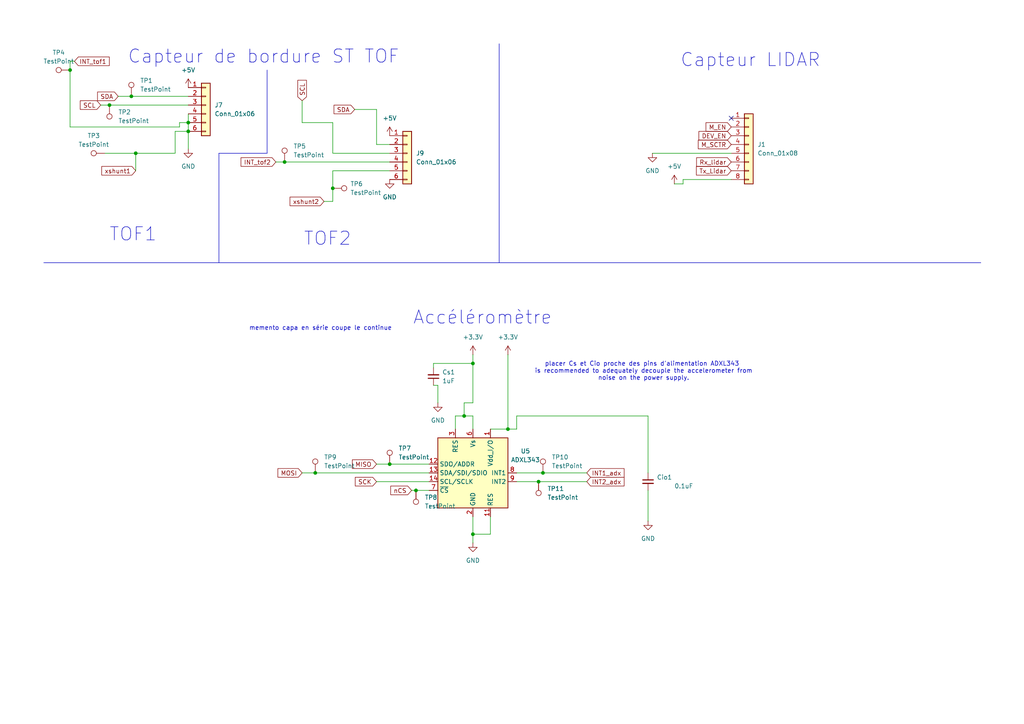
<source format=kicad_sch>
(kicad_sch (version 20231120) (generator "eeschema") (generator_version "8.0")
  (paper "A4")
  (lib_symbols
    (symbol "Connector:TestPoint" (pin_numbers hide) (pin_names (offset 0.762) hide)
      (property "Reference" "TP" (at 0 6.858 0))
      (property "Value" "TestPoint" (at 0 5.08 0))
      (symbol "TestPoint_0_1"
        (circle (center 0 3.302) (radius 0.762))
      )
      (symbol "TestPoint_1_1"
        (pin passive line (at 0 0 90) (length 2.54) (name "1") (number "1"))
      )
    )
    (symbol "Connector_Generic:Conn_01x06" (pin_names (offset 1.016) hide)
      (property "Reference" "J" (at 0 7.62 0))
      (property "Value" "Conn_01x06" (at 0 -10.16 0))
      (symbol "Conn_01x06_1_1"
        (rectangle (start -1.27 -7.493) (end 0 -7.747) (stroke (width 0.1524)))
        (rectangle (start -1.27 -4.953) (end 0 -5.207) (stroke (width 0.1524)))
        (rectangle (start -1.27 -2.413) (end 0 -2.667) (stroke (width 0.1524)))
        (rectangle (start -1.27 0.127) (end 0 -0.127) (stroke (width 0.1524)))
        (rectangle (start -1.27 2.667) (end 0 2.413) (stroke (width 0.1524)))
        (rectangle (start -1.27 5.207) (end 0 4.953) (stroke (width 0.1524)))
        (rectangle (start -1.27 6.35) (end 1.27 -8.89) (stroke (width 0.254)) (fill (type background)))
        (pin passive line (at -5.08 5.08 0) (length 3.81) (name "Pin_1") (number "1"))
        (pin passive line (at -5.08 2.54 0) (length 3.81) (name "Pin_2") (number "2"))
        (pin passive line (at -5.08 0 0) (length 3.81) (name "Pin_3") (number "3"))
        (pin passive line (at -5.08 -2.54 0) (length 3.81) (name "Pin_4") (number "4"))
        (pin passive line (at -5.08 -5.08 0) (length 3.81) (name "Pin_5") (number "5"))
        (pin passive line (at -5.08 -7.62 0) (length 3.81) (name "Pin_6") (number "6"))
      )
    )
    (symbol "Connector_Generic:Conn_01x08" (pin_names (offset 1.016) hide)
      (property "Reference" "J" (at 0 10.16 0))
      (property "Value" "Conn_01x08" (at 0 -12.7 0))
      (symbol "Conn_01x08_1_1"
        (rectangle (start -1.27 -10.033) (end 0 -10.287) (stroke (width 0.1524)))
        (rectangle (start -1.27 -7.493) (end 0 -7.747) (stroke (width 0.1524)))
        (rectangle (start -1.27 -4.953) (end 0 -5.207) (stroke (width 0.1524)))
        (rectangle (start -1.27 -2.413) (end 0 -2.667) (stroke (width 0.1524)))
        (rectangle (start -1.27 0.127) (end 0 -0.127) (stroke (width 0.1524)))
        (rectangle (start -1.27 2.667) (end 0 2.413) (stroke (width 0.1524)))
        (rectangle (start -1.27 5.207) (end 0 4.953) (stroke (width 0.1524)))
        (rectangle (start -1.27 7.747) (end 0 7.493) (stroke (width 0.1524)))
        (rectangle (start -1.27 8.89) (end 1.27 -11.43) (stroke (width 0.254)) (fill (type background)))
        (pin passive line (at -5.08 7.62 0) (length 3.81) (name "Pin_1") (number "1"))
        (pin passive line (at -5.08 5.08 0) (length 3.81) (name "Pin_2") (number "2"))
        (pin passive line (at -5.08 2.54 0) (length 3.81) (name "Pin_3") (number "3"))
        (pin passive line (at -5.08 0 0) (length 3.81) (name "Pin_4") (number "4"))
        (pin passive line (at -5.08 -2.54 0) (length 3.81) (name "Pin_5") (number "5"))
        (pin passive line (at -5.08 -5.08 0) (length 3.81) (name "Pin_6") (number "6"))
        (pin passive line (at -5.08 -7.62 0) (length 3.81) (name "Pin_7") (number "7"))
        (pin passive line (at -5.08 -10.16 0) (length 3.81) (name "Pin_8") (number "8"))
      )
    )
    (symbol "Device:C_Small" (pin_numbers hide) (pin_names (offset 0.254) hide)
      (property "Reference" "C" (at 0.254 1.778 0))
      (property "Value" "C_Small" (at 0.254 -2.032 0))
      (symbol "C_Small_0_1"
        (polyline (pts (xy -1.524 -0.508) (xy 1.524 -0.508)) (stroke (width 0.3302)))
        (polyline (pts (xy -1.524 0.508) (xy 1.524 0.508)) (stroke (width 0.3048)))
      )
      (symbol "C_Small_1_1"
        (pin passive line (at 0 2.54 270) (length 2.032) (name "~") (number "1"))
        (pin passive line (at 0 -2.54 90) (length 2.032) (name "~") (number "2"))
      )
    )
    (symbol "Sensor_Motion:ADXL343"
      (property "Reference" "U" (at -8.89 11.43 0))
      (property "Value" "ADXL343" (at -7.62 -11.43 0))
      (symbol "ADXL343_0_1"
        (rectangle (start -10.16 10.16) (end 10.16 -10.16) (stroke (width 0.254)) (fill (type background)))
      )
      (symbol "ADXL343_1_1"
        (pin power_in line (at 5.08 12.7 270) (length 2.54) (name "Vdd_I/O") (number "1"))
        (pin no_connect line (at -5.08 -10.16 90) (length 2.54) hide (name "NC") (number "10"))
        (pin passive line (at 5.08 -12.7 90) (length 2.54) (name "RES") (number "11"))
        (pin bidirectional line (at -12.7 2.54 0) (length 2.54) (name "SDO/ADDR") (number "12"))
        (pin bidirectional line (at -12.7 0 0) (length 2.54) (name "SDA/SDI/SDIO") (number "13"))
        (pin input line (at -12.7 -2.54 0) (length 2.54) (name "SCL/SCLK") (number "14"))
        (pin power_in line (at 0 -12.7 90) (length 2.54) (name "GND") (number "2"))
        (pin passive line (at -5.08 12.7 270) (length 2.54) (name "RES") (number "3"))
        (pin passive line (at 0 -12.7 90) (length 2.54) hide (name "GND") (number "4"))
        (pin passive line (at 0 -12.7 90) (length 2.54) hide (name "GND") (number "5"))
        (pin power_in line (at 0 12.7 270) (length 2.54) (name "Vs") (number "6"))
        (pin input line (at -12.7 -5.08 0) (length 2.54) (name "~{CS}") (number "7"))
        (pin output line (at 12.7 0 180) (length 2.54) (name "INT1") (number "8"))
        (pin output line (at 12.7 -2.54 180) (length 2.54) (name "INT2") (number "9"))
      )
    )
    (symbol "power:+3.3V" (power) (pin_numbers hide) (pin_names (offset 0) hide)
      (property "Value" "+3.3V" (at 0 3.556 0))
      (symbol "+3.3V_0_1"
        (polyline (pts (xy -0.762 1.27) (xy 0 2.54)))
        (polyline (pts (xy 0 0) (xy 0 2.54)))
        (polyline (pts (xy 0 2.54) (xy 0.762 1.27)))
      )
      (symbol "+3.3V_1_1"
        (pin power_in line (at 0 0 90) (length 0) (name "~") (number "1"))
      )
    )
    (symbol "power:+5V" (power) (pin_numbers hide) (pin_names (offset 0) hide)
      (property "Value" "+5V" (at 0 3.556 0))
      (symbol "+5V_0_1"
        (polyline (pts (xy -0.762 1.27) (xy 0 2.54)))
        (polyline (pts (xy 0 0) (xy 0 2.54)))
        (polyline (pts (xy 0 2.54) (xy 0.762 1.27)))
      )
      (symbol "+5V_1_1"
        (pin power_in line (at 0 0 90) (length 0) (name "~") (number "1"))
      )
    )
    (symbol "power:GND" (power) (pin_numbers hide) (pin_names (offset 0) hide)
      (property "Value" "GND" (at 0 -3.81 0))
      (symbol "GND_0_1"
        (polyline (pts (xy 0 0) (xy 0 -1.27) (xy 1.27 -1.27) (xy 0 -2.54) (xy -1.27 -1.27) (xy 0 -1.27)))
      )
      (symbol "GND_1_1"
        (pin power_in line (at 0 0 270) (length 0) (name "~") (number "1"))
      )
    )
  )
  (junction (at 147.32 124.46))
  (junction (at 156.21 139.7))
  (junction (at 113.03 134.62))
  (junction (at 96.52 54.61))
  (junction (at 54.61 38.1))
  (junction (at 137.16 105.41))
  (junction (at 134.62 120.65))
  (junction (at 137.16 154.94))
  (junction (at 82.55 46.99))
  (junction (at 120.65 142.24))
  (junction (at 20.32 20.32))
  (junction (at 157.48 137.16))
  (junction (at 31.75 30.48))
  (junction (at 54.61 35.56))
  (junction (at 39.37 44.45))
  (junction (at 38.1 27.94))
  (junction (at 91.44 137.16))
  (no_connect (at 212.09 34.29))
  (wire (pts (xy 113.03 134.62) (xy 124.46 134.62)))
  (wire (pts (xy 96.52 49.53) (xy 113.03 49.53)))
  (wire (pts (xy 39.37 44.45) (xy 39.37 49.53)))
  (wire (pts (xy 134.62 120.65) (xy 137.16 120.65)))
  (wire (pts (xy 147.32 124.46) (xy 142.24 124.46)))
  (wire (pts (xy 93.98 58.42) (xy 96.52 58.42)))
  (wire (pts (xy 137.16 124.46) (xy 137.16 120.65)))
  (wire (pts (xy 20.32 17.78) (xy 20.32 20.32)))
  (wire (pts (xy 137.16 149.86) (xy 137.16 154.94)))
  (wire (pts (xy 119.38 142.24) (xy 120.65 142.24)))
  (wire (pts (xy 127 111.76) (xy 127 116.84)))
  (wire (pts (xy 87.63 35.56) (xy 96.52 35.56)))
  (wire (pts (xy 142.24 149.86) (xy 142.24 154.94)))
  (wire (pts (xy 34.29 27.94) (xy 38.1 27.94)))
  (wire (pts (xy 54.61 35.56) (xy 54.61 33.02)))
  (wire (pts (xy 20.32 20.32) (xy 20.32 36.83)))
  (polyline (pts (xy 144.78 76.2) (xy 284.48 76.2)))
  (wire (pts (xy 149.86 120.65) (xy 149.86 124.46)))
  (wire (pts (xy 187.96 151.13) (xy 187.96 142.24)))
  (wire (pts (xy 52.07 35.56) (xy 54.61 35.56)))
  (wire (pts (xy 102.87 31.75) (xy 109.22 31.75)))
  (wire (pts (xy 125.73 105.41) (xy 125.73 106.68)))
  (wire (pts (xy 198.12 52.07) (xy 212.09 52.07)))
  (wire (pts (xy 29.21 30.48) (xy 31.75 30.48)))
  (polyline (pts (xy 77.47 20.32) (xy 77.47 44.45)))
  (wire (pts (xy 82.55 46.99) (xy 113.03 46.99)))
  (wire (pts (xy 96.52 35.56) (xy 96.52 44.45)))
  (wire (pts (xy 156.21 139.7) (xy 149.86 139.7)))
  (wire (pts (xy 157.48 137.16) (xy 170.18 137.16)))
  (wire (pts (xy 50.8 38.1) (xy 50.8 44.45)))
  (wire (pts (xy 132.08 124.46) (xy 132.08 120.65)))
  (wire (pts (xy 52.07 36.83) (xy 52.07 35.56)))
  (wire (pts (xy 50.8 38.1) (xy 54.61 38.1)))
  (polyline (pts (xy 12.7 76.2) (xy 144.78 76.2)))
  (wire (pts (xy 132.08 120.65) (xy 134.62 120.65)))
  (wire (pts (xy 30.48 44.45) (xy 39.37 44.45)))
  (wire (pts (xy 157.48 137.16) (xy 149.86 137.16)))
  (wire (pts (xy 39.37 44.45) (xy 50.8 44.45)))
  (wire (pts (xy 147.32 102.87) (xy 147.32 124.46)))
  (wire (pts (xy 96.52 58.42) (xy 96.52 54.61)))
  (wire (pts (xy 149.86 120.65) (xy 187.96 120.65)))
  (polyline (pts (xy 63.5 44.45) (xy 63.5 76.2)))
  (wire (pts (xy 96.52 44.45) (xy 113.03 44.45)))
  (wire (pts (xy 187.96 120.65) (xy 187.96 137.16)))
  (wire (pts (xy 54.61 38.1) (xy 54.61 35.56)))
  (wire (pts (xy 80.01 46.99) (xy 82.55 46.99)))
  (wire (pts (xy 137.16 154.94) (xy 137.16 157.48)))
  (polyline (pts (xy 77.47 44.45) (xy 63.5 44.45)))
  (wire (pts (xy 109.22 134.62) (xy 113.03 134.62)))
  (wire (pts (xy 198.12 53.34) (xy 198.12 52.07)))
  (wire (pts (xy 96.52 54.61) (xy 96.52 49.53)))
  (wire (pts (xy 170.18 139.7) (xy 156.21 139.7)))
  (wire (pts (xy 21.59 17.78) (xy 20.32 17.78)))
  (wire (pts (xy 109.22 41.91) (xy 113.03 41.91)))
  (wire (pts (xy 109.22 31.75) (xy 109.22 41.91)))
  (wire (pts (xy 137.16 116.84) (xy 137.16 105.41)))
  (wire (pts (xy 109.22 139.7) (xy 124.46 139.7)))
  (wire (pts (xy 120.65 142.24) (xy 124.46 142.24)))
  (wire (pts (xy 87.63 29.21) (xy 87.63 35.56)))
  (wire (pts (xy 91.44 137.16) (xy 124.46 137.16)))
  (wire (pts (xy 137.16 105.41) (xy 125.73 105.41)))
  (wire (pts (xy 20.32 36.83) (xy 52.07 36.83)))
  (wire (pts (xy 134.62 120.65) (xy 134.62 116.84)))
  (wire (pts (xy 149.86 124.46) (xy 147.32 124.46)))
  (wire (pts (xy 127 111.76) (xy 125.73 111.76)))
  (wire (pts (xy 134.62 116.84) (xy 137.16 116.84)))
  (wire (pts (xy 31.75 30.48) (xy 54.61 30.48)))
  (wire (pts (xy 137.16 105.41) (xy 137.16 102.87)))
  (wire (pts (xy 137.16 154.94) (xy 142.24 154.94)))
  (wire (pts (xy 38.1 27.94) (xy 54.61 27.94)))
  (wire (pts (xy 87.63 137.16) (xy 91.44 137.16)))
  (polyline (pts (xy 144.78 12.7) (xy 144.78 76.2)))
  (wire (pts (xy 189.23 44.45) (xy 212.09 44.45)))
  (wire (pts (xy 54.61 43.18) (xy 54.61 38.1)))
  (wire (pts (xy 195.58 53.34) (xy 198.12 53.34)))
  (text "TOF1" (at 38.608 68.072 0) (effects (font (size 3.81 3.81))))
  (text "Accéléromètre" (at 139.954 92.202 0) (effects (font (size 3.81 3.81))))
  (text "memento capa en série coupe le continue\n" (at 92.964 95.25 0) (effects (font (size 1.27 1.27))))
  (text "TOF2" (at 94.996 69.342 0) (effects (font (size 3.81 3.81))))
  (text "Capteur de bordure ST TOF" (at 76.454 16.51 0) (effects (font (size 3.81 3.81))))
  (text "placer Cs et Cio proche des pins d'alimentation ADXL343 \nis recommended to adequately decouple the accelerometer from\nnoise on the power supply." (at 186.69 107.696 0) (effects (font (size 1.27 1.27))))
  (text "Capteur LIDAR" (at 217.678 17.526 0) (effects (font (size 3.81 3.81))))
  (global_label "DEV_EN" (shape input) (at 212.09 39.37 180) (property "Intersheetrefs" "${INTERSHEET_REFS}" (effects (hide yes))))
  (global_label "MOSI" (shape input) (at 87.63 137.16 180) (property "Intersheetrefs" "${INTERSHEET_REFS}" (effects (hide yes))))
  (global_label "INT_tof1" (shape input) (at 21.59 17.78 0) (property "Intersheetrefs" "${INTERSHEET_REFS}" (effects (hide yes))))
  (global_label "xshunt1" (shape input) (at 39.37 49.53 180) (property "Intersheetrefs" "${INTERSHEET_REFS}" (effects (hide yes))))
  (global_label "INT1_adx" (shape input) (at 170.18 137.16 0) (property "Intersheetrefs" "${INTERSHEET_REFS}" (effects (hide yes))))
  (global_label "SCL" (shape input) (at 87.63 29.21 90) (property "Intersheetrefs" "${INTERSHEET_REFS}" (effects (hide yes))))
  (global_label "INT2_adx" (shape input) (at 170.18 139.7 0) (property "Intersheetrefs" "${INTERSHEET_REFS}" (effects (hide yes))))
  (global_label "xshunt2" (shape input) (at 93.98 58.42 180) (property "Intersheetrefs" "${INTERSHEET_REFS}" (effects (hide yes))))
  (global_label "INT_tof2" (shape input) (at 80.01 46.99 180) (property "Intersheetrefs" "${INTERSHEET_REFS}" (effects (hide yes))))
  (global_label "M_EN" (shape input) (at 212.09 36.83 180) (property "Intersheetrefs" "${INTERSHEET_REFS}" (effects (hide yes))))
  (global_label "Tx_Lidar" (shape input) (at 212.09 49.53 180) (property "Intersheetrefs" "${INTERSHEET_REFS}" (effects (hide yes))))
  (global_label "Rx_lidar" (shape input) (at 212.09 46.99 180) (property "Intersheetrefs" "${INTERSHEET_REFS}" (effects (hide yes))))
  (global_label "nCS" (shape input) (at 119.38 142.24 180) (property "Intersheetrefs" "${INTERSHEET_REFS}" (effects (hide yes))))
  (global_label "SDA" (shape input) (at 34.29 27.94 180) (property "Intersheetrefs" "${INTERSHEET_REFS}" (effects (hide yes))))
  (global_label "SCL" (shape input) (at 29.21 30.48 180) (property "Intersheetrefs" "${INTERSHEET_REFS}" (effects (hide yes))))
  (global_label "MISO" (shape input) (at 109.22 134.62 180) (property "Intersheetrefs" "${INTERSHEET_REFS}" (effects (hide yes))))
  (global_label "SDA" (shape input) (at 102.87 31.75 180) (property "Intersheetrefs" "${INTERSHEET_REFS}" (effects (hide yes))))
  (global_label "M_SCTR" (shape input) (at 212.09 41.91 180) (property "Intersheetrefs" "${INTERSHEET_REFS}" (effects (hide yes))))
  (global_label "SCK" (shape input) (at 109.22 139.7 180) (property "Intersheetrefs" "${INTERSHEET_REFS}" (effects (hide yes))))
  (symbol (lib_id "power:+3.3V") (at 147.32 102.87 0) (unit 1)
    (property "Reference" "#PWR061" (effects (hide yes)))
    (property "Value" "+3.3V" (at 147.32 97.79 0))
    (property "Description" "Power symbol creates a global label with name \"+3.3V\"" (effects (hide yes)))
  )
  (symbol (lib_id "Connector:TestPoint") (at 38.1 27.94 0) (unit 1)
    (property "Reference" "TP1" (at 40.64 23.3679 0) (effects (justify left)))
    (property "Value" "TestPoint" (at 40.64 25.9079 0) (effects (justify left)))
    (property "Footprint" "TestPoint:TestPoint_Pad_D1.5mm" (effects (hide yes)))
    (property "Description" "test point" (effects (hide yes)))
  )
  (symbol (lib_id "Connector:TestPoint") (at 113.03 134.62 0) (unit 1)
    (property "Reference" "TP7" (at 115.57 130.0479 0) (effects (justify left)))
    (property "Value" "TestPoint" (at 115.57 132.5879 0) (effects (justify left)))
    (property "Footprint" "TestPoint:TestPoint_Pad_D1.5mm" (effects (hide yes)))
    (property "Description" "test point" (effects (hide yes)))
  )
  (symbol (lib_id "Connector:TestPoint") (at 120.65 142.24 180) (unit 1)
    (property "Reference" "TP8" (at 123.19 144.2719 0) (effects (justify right)))
    (property "Value" "TestPoint" (at 123.19 146.8119 0) (effects (justify right)))
    (property "Footprint" "TestPoint:TestPoint_Pad_D1.5mm" (effects (hide yes)))
    (property "Description" "test point" (effects (hide yes)))
  )
  (symbol (lib_id "power:GND") (at 54.61 43.18 0) (unit 1)
    (property "Reference" "#PWR01" (effects (hide yes)))
    (property "Value" "GND" (at 54.61 48.26 0))
    (property "Description" "Power symbol creates a global label with name \"GND\" , ground" (effects (hide yes)))
  )
  (symbol (lib_id "Connector:TestPoint") (at 31.75 30.48 180) (unit 1)
    (property "Reference" "TP2" (at 34.29 32.5119 0) (effects (justify right)))
    (property "Value" "TestPoint" (at 34.29 35.0519 0) (effects (justify right)))
    (property "Footprint" "TestPoint:TestPoint_Pad_D1.5mm" (effects (hide yes)))
    (property "Description" "test point" (effects (hide yes)))
  )
  (symbol (lib_id "power:+5V") (at 54.61 25.4 0) (unit 1)
    (property "Reference" "#PWR023" (effects (hide yes)))
    (property "Value" "+5V" (at 54.61 20.32 0))
    (property "Description" "Power symbol creates a global label with name \"+5V\"" (effects (hide yes)))
  )
  (symbol (lib_id "Connector_Generic:Conn_01x06") (at 118.11 44.45 0) (unit 1)
    (property "Reference" "J9" (at 120.65 44.4499 0) (effects (justify left)))
    (property "Value" "Conn_01x06" (at 120.65 46.9899 0) (effects (justify left)))
    (property "Footprint" "Connector_JST:JST_XH_S6B-XH-A_1x06_P2.50mm_Horizontal" (effects (hide yes)))
    (property "Description" "Generic connector, single row, 01x06, script generated (kicad-library-utils/schlib/autogen/connector/)" (effects (hide yes)))
  )
  (symbol (lib_id "power:GND") (at 113.03 52.07 0) (unit 1)
    (property "Reference" "#PWR060" (effects (hide yes)))
    (property "Value" "GND" (at 113.03 57.15 0))
    (property "Description" "Power symbol creates a global label with name \"GND\" , ground" (effects (hide yes)))
  )
  (symbol (lib_id "Connector_Generic:Conn_01x08") (at 217.17 41.91 0) (unit 1)
    (property "Reference" "J1" (at 219.71 41.9099 0) (effects (justify left)))
    (property "Value" "Conn_01x08" (at 219.71 44.4499 0) (effects (justify left)))
    (property "Footprint" "Connector_JST:JST_XH_S8B-XH-A_1x08_P2.50mm_Horizontal" (effects (hide yes)))
    (property "Description" "Generic connector, single row, 01x08, script generated (kicad-library-utils/schlib/autogen/connector/)" (effects (hide yes)))
  )
  (symbol (lib_id "power:+5V") (at 195.58 53.34 0) (unit 1)
    (property "Reference" "#PWR022" (effects (hide yes)))
    (property "Value" "+5V" (at 195.58 48.26 0))
    (property "Description" "Power symbol creates a global label with name \"+5V\"" (effects (hide yes)))
  )
  (symbol (lib_id "Connector:TestPoint") (at 96.52 54.61 270) (unit 1)
    (property "Reference" "TP6" (at 101.6 53.3399 90) (effects (justify left)))
    (property "Value" "TestPoint" (at 101.6 55.8799 90) (effects (justify left)))
    (property "Footprint" "TestPoint:TestPoint_Pad_D1.5mm" (effects (hide yes)))
    (property "Description" "test point" (effects (hide yes)))
  )
  (symbol (lib_id "Connector:TestPoint") (at 157.48 137.16 0) (unit 1)
    (property "Reference" "TP10" (at 160.02 132.5879 0) (effects (justify left)))
    (property "Value" "TestPoint" (at 160.02 135.1279 0) (effects (justify left)))
    (property "Footprint" "TestPoint:TestPoint_Pad_D1.5mm" (effects (hide yes)))
    (property "Description" "test point" (effects (hide yes)))
  )
  (symbol (lib_id "power:+5V") (at 113.03 39.37 0) (unit 1)
    (property "Reference" "#PWR059" (effects (hide yes)))
    (property "Value" "+5V" (at 113.03 34.29 0))
    (property "Description" "Power symbol creates a global label with name \"+5V\"" (effects (hide yes)))
  )
  (symbol (lib_id "power:GND") (at 189.23 44.45 0) (unit 1)
    (property "Reference" "#PWR062" (effects (hide yes)))
    (property "Value" "GND" (at 189.23 49.53 0))
    (property "Description" "Power symbol creates a global label with name \"GND\" , ground" (effects (hide yes)))
  )
  (symbol (lib_id "Connector:TestPoint") (at 30.48 44.45 90) (unit 1)
    (property "Reference" "TP3" (at 27.178 39.37 90))
    (property "Value" "TestPoint" (at 27.178 41.91 90))
    (property "Footprint" "TestPoint:TestPoint_Pad_D1.5mm" (effects (hide yes)))
    (property "Description" "test point" (effects (hide yes)))
  )
  (symbol (lib_id "Sensor_Motion:ADXL343") (at 137.16 137.16 0) (unit 1)
    (property "Reference" "U5" (at 152.4 130.8414 0))
    (property "Value" "ADXL343" (at 152.4 133.3814 0))
    (property "Footprint" "Package_LGA:LGA-14_3x5mm_P0.8mm_LayoutBorder1x6y" (effects (hide yes)))
    (property "Datasheet" "https://www.analog.com/media/en/technical-documentation/data-sheets/ADXL343.pdf" (effects (hide yes)))
    (property "Description" "3-Axis MEMS Accelerometer, 2/4/8/16g range, I2C/SPI, LGA-14" (effects (hide yes)))
  )
  (symbol (lib_id "Connector_Generic:Conn_01x06") (at 59.69 30.48 0) (unit 1)
    (property "Reference" "J7" (at 62.23 30.4799 0) (effects (justify left)))
    (property "Value" "Conn_01x06" (at 62.23 33.0199 0) (effects (justify left)))
    (property "Footprint" "Connector_JST:JST_XH_S6B-XH-A_1x06_P2.50mm_Horizontal" (effects (hide yes)))
    (property "Description" "Generic connector, single row, 01x06, script generated (kicad-library-utils/schlib/autogen/connector/)" (effects (hide yes)))
  )
  (symbol (lib_id "power:GND") (at 137.16 157.48 0) (unit 1)
    (property "Reference" "#PWR058" (effects (hide yes)))
    (property "Value" "GND" (at 137.16 162.56 0))
    (property "Description" "Power symbol creates a global label with name \"GND\" , ground" (effects (hide yes)))
  )
  (symbol (lib_id "power:GND") (at 127 116.84 0) (unit 1)
    (property "Reference" "#PWR035" (effects (hide yes)))
    (property "Value" "GND" (at 127 121.92 0))
    (property "Description" "Power symbol creates a global label with name \"GND\" , ground" (effects (hide yes)))
  )
  (symbol (lib_id "Connector:TestPoint") (at 91.44 137.16 0) (unit 1)
    (property "Reference" "TP9" (at 93.98 132.5879 0) (effects (justify left)))
    (property "Value" "TestPoint" (at 93.98 135.1279 0) (effects (justify left)))
    (property "Footprint" "TestPoint:TestPoint_Pad_D1.5mm" (effects (hide yes)))
    (property "Description" "test point" (effects (hide yes)))
  )
  (symbol (lib_id "power:+3.3V") (at 137.16 102.87 0) (unit 1)
    (property "Reference" "#PWR025" (effects (hide yes)))
    (property "Value" "+3.3V" (at 137.16 97.79 0))
    (property "Description" "Power symbol creates a global label with name \"+3.3V\"" (effects (hide yes)))
  )
  (symbol (lib_id "Device:C_Small") (at 125.73 109.22 180) (unit 1)
    (property "Reference" "Cs1" (at 128.27 107.9435 0) (effects (justify right)))
    (property "Value" "1uF" (at 128.27 110.4835 0) (effects (justify right)))
    (property "Footprint" "Capacitor_SMD:C_0603_1608Metric_Pad1.08x0.95mm_HandSolder" (effects (hide yes)))
    (property "Description" "Unpolarized capacitor, small symbol" (effects (hide yes)))
  )
  (symbol (lib_id "Connector:TestPoint") (at 82.55 46.99 0) (unit 1)
    (property "Reference" "TP5" (at 85.09 42.4179 0) (effects (justify left)))
    (property "Value" "TestPoint" (at 85.09 44.9579 0) (effects (justify left)))
    (property "Footprint" "TestPoint:TestPoint_Pad_D1.5mm" (effects (hide yes)))
    (property "Description" "test point" (effects (hide yes)))
  )
  (symbol (lib_id "Device:C_Small") (at 187.96 139.7 0) (unit 1)
    (property "Reference" "Cio1" (at 190.5 138.4362 0) (effects (justify left)))
    (property "Value" "0.1uF" (at 195.58 140.9762 0) (effects (justify left)))
    (property "Footprint" "Capacitor_SMD:C_0603_1608Metric_Pad1.08x0.95mm_HandSolder" (effects (hide yes)))
    (property "Description" "Unpolarized capacitor, small symbol" (effects (hide yes)))
  )
  (symbol (lib_id "Connector:TestPoint") (at 20.32 20.32 90) (unit 1)
    (property "Reference" "TP4" (at 17.018 15.24 90))
    (property "Value" "TestPoint" (at 17.018 17.78 90))
    (property "Footprint" "TestPoint:TestPoint_Pad_D1.5mm" (effects (hide yes)))
    (property "Description" "test point" (effects (hide yes)))
  )
  (symbol (lib_id "Connector:TestPoint") (at 156.21 139.7 180) (unit 1)
    (property "Reference" "TP11" (at 158.75 141.7319 0) (effects (justify right)))
    (property "Value" "TestPoint" (at 158.75 144.2719 0) (effects (justify right)))
    (property "Footprint" "TestPoint:TestPoint_Pad_D1.5mm" (effects (hide yes)))
    (property "Description" "test point" (effects (hide yes)))
  )
  (symbol (lib_id "power:GND") (at 187.96 151.13 0) (unit 1)
    (property "Reference" "#PWR034" (effects (hide yes)))
    (property "Value" "GND" (at 187.96 156.21 0))
    (property "Description" "Power symbol creates a global label with name \"GND\" , ground" (effects (hide yes)))
  )
)
</source>
